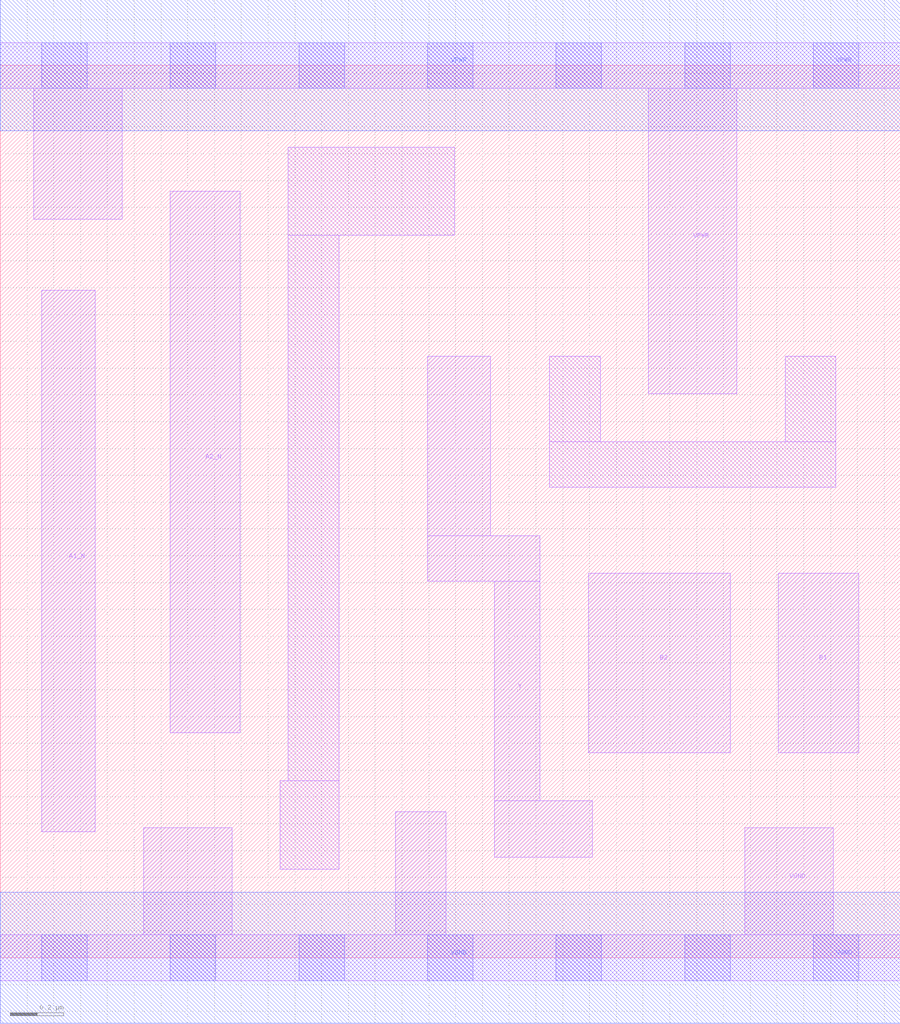
<source format=lef>
# Copyright 2020 The SkyWater PDK Authors
#
# Licensed under the Apache License, Version 2.0 (the "License");
# you may not use this file except in compliance with the License.
# You may obtain a copy of the License at
#
#     https://www.apache.org/licenses/LICENSE-2.0
#
# Unless required by applicable law or agreed to in writing, software
# distributed under the License is distributed on an "AS IS" BASIS,
# WITHOUT WARRANTIES OR CONDITIONS OF ANY KIND, either express or implied.
# See the License for the specific language governing permissions and
# limitations under the License.
#
# SPDX-License-Identifier: Apache-2.0

VERSION 5.7 ;
  NAMESCASESENSITIVE ON ;
  NOWIREEXTENSIONATPIN ON ;
  DIVIDERCHAR "/" ;
  BUSBITCHARS "[]" ;
UNITS
  DATABASE MICRONS 200 ;
END UNITS
MACRO sky130_fd_sc_lp__a2bb2oi_m
  CLASS CORE ;
  SOURCE USER ;
  FOREIGN sky130_fd_sc_lp__a2bb2oi_m ;
  ORIGIN  0.000000  0.000000 ;
  SIZE  3.360000 BY  3.330000 ;
  SYMMETRY X Y R90 ;
  SITE unit ;
  PIN A1_N
    ANTENNAGATEAREA  0.126000 ;
    DIRECTION INPUT ;
    USE SIGNAL ;
    PORT
      LAYER li1 ;
        RECT 0.155000 0.470000 0.355000 2.490000 ;
    END
  END A1_N
  PIN A2_N
    ANTENNAGATEAREA  0.126000 ;
    DIRECTION INPUT ;
    USE SIGNAL ;
    PORT
      LAYER li1 ;
        RECT 0.635000 0.840000 0.895000 2.860000 ;
    END
  END A2_N
  PIN B1
    ANTENNAGATEAREA  0.126000 ;
    DIRECTION INPUT ;
    USE SIGNAL ;
    PORT
      LAYER li1 ;
        RECT 2.905000 0.765000 3.205000 1.435000 ;
    END
  END B1
  PIN B2
    ANTENNAGATEAREA  0.126000 ;
    DIRECTION INPUT ;
    USE SIGNAL ;
    PORT
      LAYER li1 ;
        RECT 2.195000 0.765000 2.725000 1.435000 ;
    END
  END B2
  PIN Y
    ANTENNADIFFAREA  0.228900 ;
    DIRECTION OUTPUT ;
    USE SIGNAL ;
    PORT
      LAYER li1 ;
        RECT 1.595000 1.405000 2.015000 1.575000 ;
        RECT 1.595000 1.575000 1.830000 2.245000 ;
        RECT 1.845000 0.375000 2.210000 0.585000 ;
        RECT 1.845000 0.585000 2.015000 1.405000 ;
    END
  END Y
  PIN VGND
    DIRECTION INOUT ;
    USE GROUND ;
    PORT
      LAYER li1 ;
        RECT 0.000000 -0.085000 3.360000 0.085000 ;
        RECT 0.535000  0.085000 0.865000 0.485000 ;
        RECT 1.475000  0.085000 1.665000 0.545000 ;
        RECT 2.780000  0.085000 3.110000 0.485000 ;
      LAYER mcon ;
        RECT 0.155000 -0.085000 0.325000 0.085000 ;
        RECT 0.635000 -0.085000 0.805000 0.085000 ;
        RECT 1.115000 -0.085000 1.285000 0.085000 ;
        RECT 1.595000 -0.085000 1.765000 0.085000 ;
        RECT 2.075000 -0.085000 2.245000 0.085000 ;
        RECT 2.555000 -0.085000 2.725000 0.085000 ;
        RECT 3.035000 -0.085000 3.205000 0.085000 ;
      LAYER met1 ;
        RECT 0.000000 -0.245000 3.360000 0.245000 ;
    END
  END VGND
  PIN VPWR
    DIRECTION INOUT ;
    USE POWER ;
    PORT
      LAYER li1 ;
        RECT 0.000000 3.245000 3.360000 3.415000 ;
        RECT 0.125000 2.755000 0.455000 3.245000 ;
        RECT 2.420000 2.105000 2.750000 3.245000 ;
      LAYER mcon ;
        RECT 0.155000 3.245000 0.325000 3.415000 ;
        RECT 0.635000 3.245000 0.805000 3.415000 ;
        RECT 1.115000 3.245000 1.285000 3.415000 ;
        RECT 1.595000 3.245000 1.765000 3.415000 ;
        RECT 2.075000 3.245000 2.245000 3.415000 ;
        RECT 2.555000 3.245000 2.725000 3.415000 ;
        RECT 3.035000 3.245000 3.205000 3.415000 ;
      LAYER met1 ;
        RECT 0.000000 3.085000 3.360000 3.575000 ;
    END
  END VPWR
  OBS
    LAYER li1 ;
      RECT 1.045000 0.330000 1.265000 0.660000 ;
      RECT 1.075000 0.660000 1.265000 2.695000 ;
      RECT 1.075000 2.695000 1.695000 3.025000 ;
      RECT 2.050000 1.755000 3.120000 1.925000 ;
      RECT 2.050000 1.925000 2.240000 2.245000 ;
      RECT 2.930000 1.925000 3.120000 2.245000 ;
  END
END sky130_fd_sc_lp__a2bb2oi_m

</source>
